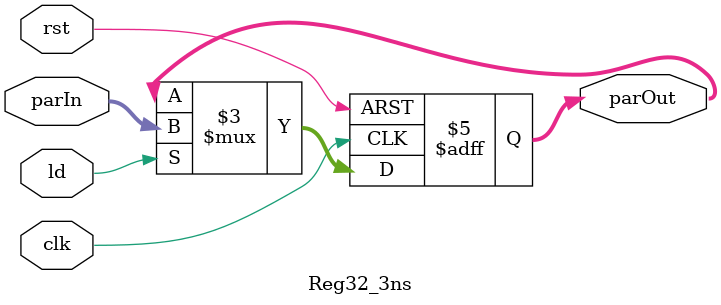
<source format=v>
`timescale 1ns/1ns
module Reg32_3ns(input clk, rst, ld, input [31:0] parIn, output reg [31:0] parOut);
    always @(posedge clk, posedge rst) begin
        #3
        if(rst) parOut = 32'b0;
        else if(ld) parOut = parIn;
        else parOut = parOut;
    end
endmodule
</source>
